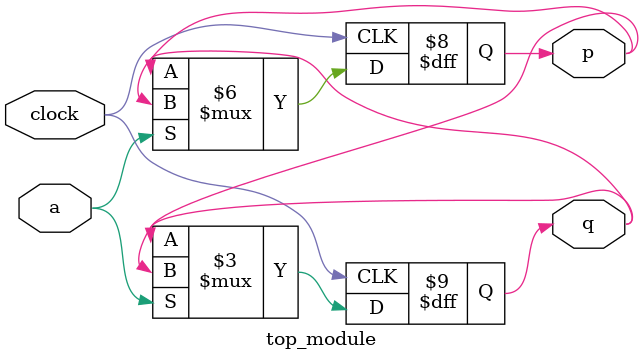
<source format=sv>
module top_module (
	input clock,
	input a,
	output reg p,
	output reg q
);
    always @(posedge clock) begin
        if (a) begin
            p <= q;
            q <= p;
        end else begin
            p <= p;
            q <= q;
        end
    end
endmodule

</source>
